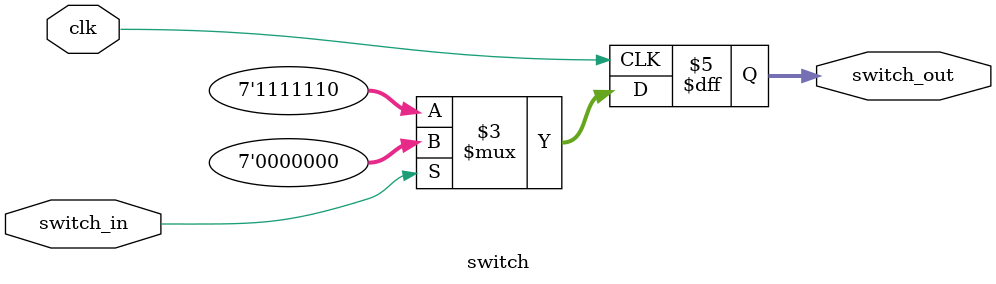
<source format=sv>
module switch (
    input logic switch_in,
    input logic clk,
    output logic [6:0] switch_out
);

 always_ff @(posedge clk) begin
        if(switch_in)
            switch_out <= 7'b0000000;
        else
            switch_out <= 7'b1111110;
    end
endmodule

</source>
